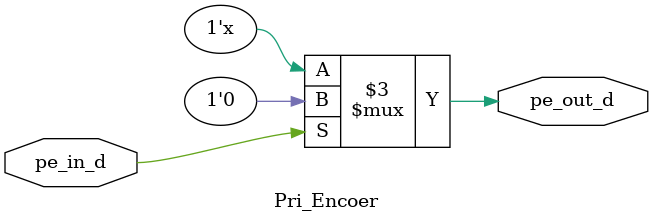
<source format=v>
`timescale 1ns / 1ps


module Pri_Encoer(
input pe_in_d,
output pe_out_d
    );
    
    always@(*)
        case(pe_in_d)
            4'b0001:pe_out_d<=2'h0;
            4'b0010:pe_out_d<=2'h1;
            4'b0100:pe_out_d<=2'h2;
            4'b1000:pe_out_d<=2'h3;
            default pe_out_d=2'hx;
        endcase
endmodule

</source>
